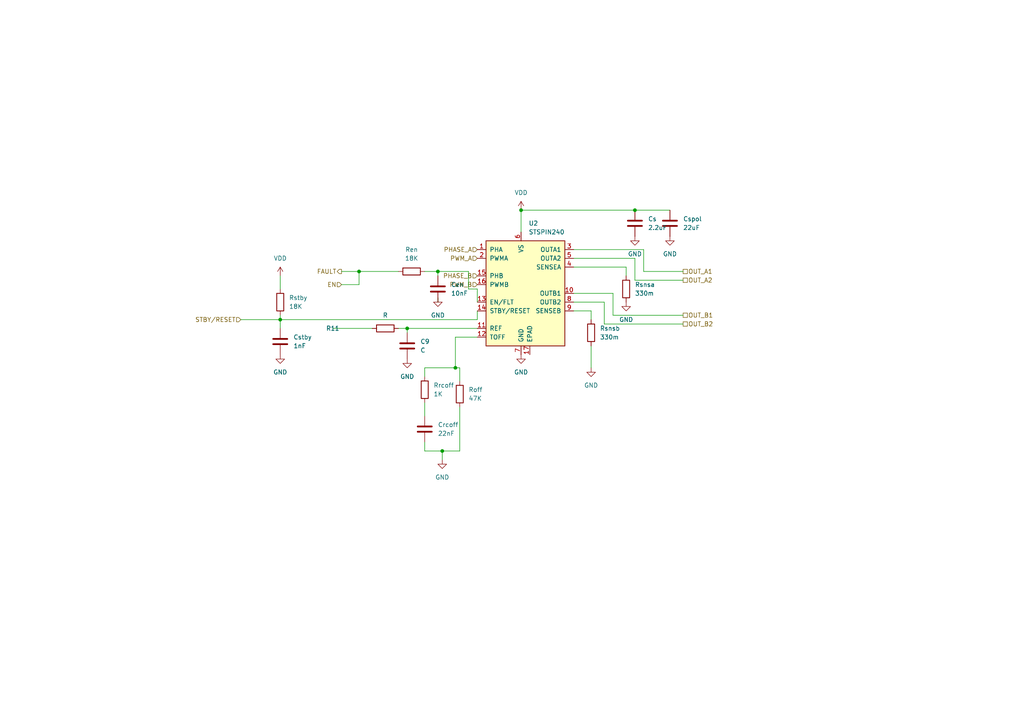
<source format=kicad_sch>
(kicad_sch (version 20230121) (generator eeschema)
  (paper "A4")
  (lib_symbols
    (symbol "Device:C" (pin_numbers hide) (pin_names (offset 0.254))
      (property "Reference" "C" (at 0.635 2.54 0))
      (property "Value" "C" (at 0.635 -2.54 0))
      (symbol "C_0_1"
        (polyline (pts (xy -2.032 -0.762) (xy 2.032 -0.762)) (stroke (width 0.508)))
        (polyline (pts (xy -2.032 0.762) (xy 2.032 0.762)) (stroke (width 0.508)))
      )
      (symbol "C_1_1"
        (pin passive line (at 0 3.81 270) (length 2.794) (name "~") (number "1"))
        (pin passive line (at 0 -3.81 90) (length 2.794) (name "~") (number "2"))
      )
    )
    (symbol "Device:R" (pin_numbers hide) (pin_names (offset 0))
      (property "Reference" "R" (at 2.032 0 90))
      (property "Value" "R" (at 0 0 90))
      (symbol "R_0_1"
        (rectangle (start -1.016 -2.54) (end 1.016 2.54) (stroke (width 0.254)))
      )
      (symbol "R_1_1"
        (pin passive line (at 0 3.81 270) (length 1.27) (name "~") (number "1"))
        (pin passive line (at 0 -3.81 90) (length 1.27) (name "~") (number "2"))
      )
    )
    (symbol "Driver_Motor:STSPIN240" (pin_names (offset 1.016))
      (property "Reference" "U" (at -10.16 16.51 0))
      (property "Value" "STSPIN240" (at 5.08 16.51 0))
      (symbol "STSPIN240_0_1"
        (rectangle (start -10.16 15.24) (end 12.7 -15.24) (stroke (width 0.254)) (fill (type background)))
      )
      (symbol "STSPIN240_1_1"
        (pin input line (at -12.7 12.7 0) (length 2.54) (name "PHA") (number "1"))
        (pin power_out line (at 15.24 0 180) (length 2.54) (name "OUTB1") (number "10"))
        (pin input line (at -12.7 -10.16 0) (length 2.54) (name "REF") (number "11"))
        (pin input line (at -12.7 -12.7 0) (length 2.54) (name "TOFF") (number "12"))
        (pin bidirectional line (at -12.7 -2.54 0) (length 2.54) (name "EN/FLT") (number "13"))
        (pin input line (at -12.7 -5.08 0) (length 2.54) (name "STBY/RESET") (number "14"))
        (pin input line (at -12.7 5.08 0) (length 2.54) (name "PHB") (number "15"))
        (pin input line (at -12.7 2.54 0) (length 2.54) (name "PWMB") (number "16"))
        (pin power_in line (at 2.54 -17.78 90) (length 2.54) (name "EPAD") (number "17"))
        (pin input line (at -12.7 10.16 0) (length 2.54) (name "PWMA") (number "2"))
        (pin power_out line (at 15.24 12.7 180) (length 2.54) (name "OUTA1") (number "3"))
        (pin power_out line (at 15.24 7.62 180) (length 2.54) (name "SENSEA") (number "4"))
        (pin power_out line (at 15.24 10.16 180) (length 2.54) (name "OUTA2") (number "5"))
        (pin power_in line (at 0 17.78 270) (length 2.54) (name "VS") (number "6"))
        (pin power_in line (at 0 -17.78 90) (length 2.54) (name "GND") (number "7"))
        (pin power_out line (at 15.24 -2.54 180) (length 2.54) (name "OUTB2") (number "8"))
        (pin power_out line (at 15.24 -5.08 180) (length 2.54) (name "SENSEB") (number "9"))
      )
    )
    (symbol "power:GND" (power) (pin_names (offset 0))
      (property "Value" "GND" (at 0 -3.81 0))
      (symbol "GND_0_1"
        (polyline (pts (xy 0 0) (xy 0 -1.27) (xy 1.27 -1.27) (xy 0 -2.54) (xy -1.27 -1.27) (xy 0 -1.27)))
      )
      (symbol "GND_1_1"
        (pin power_in line (at 0 0 270) (length 0) hide (name "GND") (number "1"))
      )
    )
    (symbol "power:VDD" (power) (pin_names (offset 0))
      (property "Value" "VDD" (at 0 3.81 0))
      (symbol "VDD_0_1"
        (polyline (pts (xy -0.762 1.27) (xy 0 2.54)))
        (polyline (pts (xy 0 0) (xy 0 2.54)))
        (polyline (pts (xy 0 2.54) (xy 0.762 1.27)))
      )
      (symbol "VDD_1_1"
        (pin power_in line (at 0 0 90) (length 0) hide (name "VDD") (number "1"))
      )
    )
  )
  (junction (at 184.15 60.96))
  (junction (at 104.14 78.74))
  (junction (at 128.27 130.81))
  (junction (at 151.13 60.96))
  (junction (at 127 78.74))
  (junction (at 118.11 95.25))
  (junction (at 81.28 92.71))
  (junction (at 132.08 106.68))
  (wire (pts (xy 127 87.63) (xy 127 86.36)))
  (wire (pts (xy 186.69 78.74) (xy 198.12 78.74)))
  (wire (pts (xy 166.37 77.47) (xy 181.61 77.47)))
  (wire (pts (xy 171.45 90.17) (xy 171.45 92.71)))
  (wire (pts (xy 69.85 92.71) (xy 81.28 92.71)))
  (wire (pts (xy 138.43 90.17) (xy 138.43 92.71)))
  (wire (pts (xy 133.35 106.68) (xy 132.08 106.68)))
  (wire (pts (xy 123.19 78.74) (xy 127 78.74)))
  (wire (pts (xy 151.13 60.96) (xy 184.15 60.96)))
  (wire (pts (xy 127 78.74) (xy 127 80.01)))
  (wire (pts (xy 118.11 95.25) (xy 138.43 95.25)))
  (wire (pts (xy 128.27 130.81) (xy 133.35 130.81)))
  (wire (pts (xy 175.26 93.98) (xy 198.12 93.98)))
  (wire (pts (xy 81.28 92.71) (xy 138.43 92.71)))
  (wire (pts (xy 128.27 130.81) (xy 128.27 133.35)))
  (wire (pts (xy 166.37 90.17) (xy 171.45 90.17)))
  (wire (pts (xy 186.69 72.39) (xy 186.69 78.74)))
  (wire (pts (xy 123.19 116.84) (xy 123.19 120.65)))
  (wire (pts (xy 175.26 87.63) (xy 175.26 93.98)))
  (wire (pts (xy 96.52 95.25) (xy 107.95 95.25)))
  (wire (pts (xy 132.08 106.68) (xy 123.19 106.68)))
  (wire (pts (xy 135.89 83.82) (xy 138.43 83.82)))
  (wire (pts (xy 166.37 74.93) (xy 184.15 74.93)))
  (wire (pts (xy 177.8 85.09) (xy 177.8 91.44)))
  (wire (pts (xy 115.57 78.74) (xy 104.14 78.74)))
  (wire (pts (xy 123.19 128.27) (xy 123.19 130.81)))
  (wire (pts (xy 166.37 85.09) (xy 177.8 85.09)))
  (wire (pts (xy 138.43 83.82) (xy 138.43 87.63)))
  (wire (pts (xy 81.28 80.01) (xy 81.28 83.82)))
  (wire (pts (xy 104.14 82.55) (xy 99.06 82.55)))
  (wire (pts (xy 104.14 78.74) (xy 104.14 82.55)))
  (wire (pts (xy 133.35 110.49) (xy 133.35 106.68)))
  (wire (pts (xy 81.28 91.44) (xy 81.28 92.71)))
  (wire (pts (xy 81.28 92.71) (xy 81.28 95.25)))
  (wire (pts (xy 166.37 87.63) (xy 175.26 87.63)))
  (wire (pts (xy 118.11 95.25) (xy 118.11 96.52)))
  (wire (pts (xy 184.15 74.93) (xy 184.15 81.28)))
  (wire (pts (xy 151.13 67.31) (xy 151.13 60.96)))
  (wire (pts (xy 127 78.74) (xy 135.89 78.74)))
  (wire (pts (xy 138.43 97.79) (xy 132.08 97.79)))
  (wire (pts (xy 184.15 60.96) (xy 194.31 60.96)))
  (wire (pts (xy 184.15 81.28) (xy 198.12 81.28)))
  (wire (pts (xy 115.57 95.25) (xy 118.11 95.25)))
  (wire (pts (xy 177.8 91.44) (xy 198.12 91.44)))
  (wire (pts (xy 123.19 106.68) (xy 123.19 109.22)))
  (wire (pts (xy 135.89 78.74) (xy 135.89 83.82)))
  (wire (pts (xy 181.61 77.47) (xy 181.61 80.01)))
  (wire (pts (xy 171.45 100.33) (xy 171.45 106.68)))
  (wire (pts (xy 133.35 130.81) (xy 133.35 118.11)))
  (wire (pts (xy 132.08 97.79) (xy 132.08 106.68)))
  (wire (pts (xy 99.06 78.74) (xy 104.14 78.74)))
  (wire (pts (xy 166.37 72.39) (xy 186.69 72.39)))
  (wire (pts (xy 123.19 130.81) (xy 128.27 130.81)))
  (hierarchical_label "PHASE_A" (shape input) (at 138.43 72.39 180))
  (hierarchical_label "OUT_A2" (shape passive) (at 198.12 81.28 0))
  (hierarchical_label "PWM_A" (shape input) (at 138.43 74.93 180))
  (hierarchical_label "FAULT" (shape output) (at 99.06 78.74 180))
  (hierarchical_label "PHASE_B" (shape input) (at 138.43 80.01 180))
  (hierarchical_label "PWM_B" (shape input) (at 138.43 82.55 180))
  (hierarchical_label "OUT_B2" (shape passive) (at 198.12 93.98 0))
  (hierarchical_label "OUT_A1" (shape passive) (at 198.12 78.74 0))
  (hierarchical_label "OUT_B1" (shape passive) (at 198.12 91.44 0))
  (hierarchical_label "STBY{slash}RESET" (shape input) (at 69.85 92.71 180))
  (hierarchical_label "EN" (shape input) (at 99.06 82.55 180))
  (symbol (lib_id "Device:C") (at 81.28 99.06 0) (unit 1)
    (property "Reference" "Cstby" (at 85.09 97.79 0) (effects (justify left)))
    (property "Value" "1nF" (at 85.09 100.33 0) (effects (justify left)))
  )
  (symbol (lib_id "Device:C") (at 123.19 124.46 0) (unit 1)
    (property "Reference" "Crcoff" (at 127 123.19 0) (effects (justify left)))
    (property "Value" "22nF" (at 127 125.73 0) (effects (justify left)))
  )
  (symbol (lib_id "Device:R") (at 123.19 113.03 0) (unit 1)
    (property "Reference" "Rrcoff" (at 125.73 111.76 0) (effects (justify left)))
    (property "Value" "1K" (at 125.73 114.3 0) (effects (justify left)))
  )
  (symbol (lib_id "Device:C") (at 127 83.82 0) (unit 1)
    (property "Reference" "Cen" (at 130.81 82.55 0) (effects (justify left)))
    (property "Value" "10nF" (at 130.81 85.09 0) (effects (justify left)))
  )
  (symbol (lib_id "power:GND") (at 81.28 102.87 0) (unit 1)
    (property "Reference" "#PWR010" (effects hide))
    (property "Value" "GND" (at 81.28 107.95 0))
  )
  (symbol (lib_id "Device:C") (at 184.15 64.77 180) (unit 1)
    (property "Reference" "Cs" (at 187.96 63.5 0) (effects (justify right)))
    (property "Value" "2.2uF" (at 187.96 66.04 0) (effects (justify right)))
  )
  (symbol (lib_id "power:GND") (at 118.11 104.14 0) (unit 1)
    (property "Reference" "#PWR011" (effects hide))
    (property "Value" "GND" (at 118.11 109.22 0))
  )
  (symbol (lib_id "Device:C") (at 118.11 100.33 0) (unit 1)
    (property "Reference" "C9" (at 121.92 99.06 0) (effects (justify left)))
    (property "Value" "C" (at 121.92 101.6 0) (effects (justify left)))
  )
  (symbol (lib_id "power:GND") (at 171.45 106.68 0) (unit 1)
    (property "Reference" "#PWR015" (effects hide))
    (property "Value" "GND" (at 171.45 111.76 0))
  )
  (symbol (lib_id "Device:R") (at 119.38 78.74 90) (unit 1)
    (property "Reference" "Ren" (at 119.38 72.39 90))
    (property "Value" "18K" (at 119.38 74.93 90))
  )
  (symbol (lib_id "power:GND") (at 128.27 133.35 0) (unit 1)
    (property "Reference" "#PWR08" (effects hide))
    (property "Value" "GND" (at 128.27 138.43 0))
  )
  (symbol (lib_id "power:GND") (at 127 86.36 0) (unit 1)
    (property "Reference" "#PWR012" (effects hide))
    (property "Value" "GND" (at 127 91.44 0))
  )
  (symbol (lib_id "Device:R") (at 171.45 96.52 0) (unit 1)
    (property "Reference" "Rsnsb" (at 173.99 95.25 0) (effects (justify left)))
    (property "Value" "330m" (at 173.99 97.79 0) (effects (justify left)))
  )
  (symbol (lib_id "Device:C") (at 194.31 64.77 180) (unit 1)
    (property "Reference" "Cspol" (at 198.12 63.5 0) (effects (justify right)))
    (property "Value" "22uF" (at 198.12 66.04 0) (effects (justify right)))
  )
  (symbol (lib_id "Device:R") (at 81.28 87.63 0) (unit 1)
    (property "Reference" "Rstby" (at 83.82 86.36 0) (effects (justify left)))
    (property "Value" "18K" (at 83.82 88.9 0) (effects (justify left)))
  )
  (symbol (lib_id "power:VDD") (at 81.28 80.01 0) (unit 1)
    (property "Reference" "#PWR018" (effects hide))
    (property "Value" "VDD" (at 81.28 74.93 0))
  )
  (symbol (lib_id "power:VDD") (at 151.13 60.96 0) (unit 1)
    (property "Reference" "#PWR016" (effects hide))
    (property "Value" "VDD" (at 151.13 55.88 0))
  )
  (symbol (lib_id "power:GND") (at 184.15 68.58 0) (unit 1)
    (property "Reference" "#PWR014" (effects hide))
    (property "Value" "GND" (at 184.15 73.66 0))
  )
  (symbol (lib_id "power:GND") (at 151.13 102.87 0) (unit 1)
    (property "Reference" "#PWR017" (effects hide))
    (property "Value" "GND" (at 151.13 107.95 0))
  )
  (symbol (lib_id "Device:R") (at 133.35 114.3 0) (unit 1)
    (property "Reference" "Roff" (at 135.89 113.03 0) (effects (justify left)))
    (property "Value" "47K" (at 135.89 115.57 0) (effects (justify left)))
  )
  (symbol (lib_id "power:GND") (at 194.31 68.58 0) (unit 1)
    (property "Reference" "#PWR09" (effects hide))
    (property "Value" "GND" (at 194.31 73.66 0))
  )
  (symbol (lib_id "Device:R") (at 181.61 83.82 0) (unit 1)
    (property "Reference" "Rsnsa" (at 184.15 82.55 0) (effects (justify left)))
    (property "Value" "330m" (at 184.15 85.09 0) (effects (justify left)))
  )
  (symbol (lib_id "Device:R") (at 111.76 95.25 90) (unit 1)
    (property "Reference" "R11" (at 96.52 95.25 90))
    (property "Value" "R" (at 111.76 91.44 90))
  )
  (symbol (lib_id "power:GND") (at 181.61 87.63 0) (unit 1)
    (property "Reference" "#PWR013" (effects hide))
    (property "Value" "GND" (at 181.61 92.71 0))
  )
  (symbol (lib_id "Driver_Motor:STSPIN240") (at 151.13 85.09 0) (unit 1)
    (property "Reference" "U2" (at 153.3241 64.77 0) (effects (justify left)))
    (property "Value" "STSPIN240" (at 153.3241 67.31 0) (effects (justify left)))
    (property "Footprint" "Package_DFN_QFN:VQFN-16-1EP_3x3mm_P0.5mm_EP1.8x1.8mm" (effects hide))
    (property "Datasheet" "www.st.com/resource/en/datasheet/stspin240.pdf" (effects hide))
  )
)
</source>
